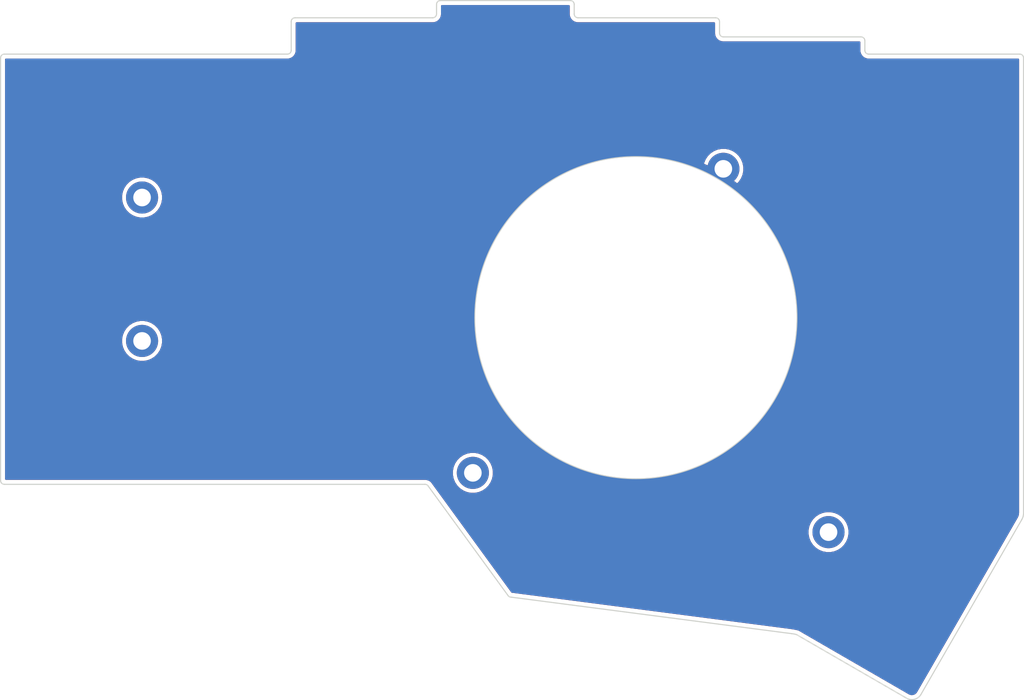
<source format=kicad_pcb>
(kicad_pcb (version 20171130) (host pcbnew "(5.1.12)-1")

  (general
    (thickness 1.6)
    (drawings 52)
    (tracks 0)
    (zones 0)
    (modules 6)
    (nets 1)
  )

  (page A4)
  (title_block
    (title "Corne Bottom Plate")
    (date 2018-11-15)
    (rev 2.1)
    (company foostan)
  )

  (layers
    (0 F.Cu signal hide)
    (31 B.Cu signal hide)
    (32 B.Adhes user hide)
    (33 F.Adhes user hide)
    (34 B.Paste user hide)
    (35 F.Paste user hide)
    (36 B.SilkS user hide)
    (37 F.SilkS user hide)
    (38 B.Mask user)
    (39 F.Mask user)
    (40 Dwgs.User user hide)
    (41 Cmts.User user hide)
    (42 Eco1.User user hide)
    (43 Eco2.User user hide)
    (44 Edge.Cuts user)
    (45 Margin user)
    (46 B.CrtYd user)
    (47 F.CrtYd user)
    (48 B.Fab user)
    (49 F.Fab user)
  )

  (setup
    (last_trace_width 0.25)
    (user_trace_width 0.2)
    (user_trace_width 0.5)
    (trace_clearance 0.2)
    (zone_clearance 0.508)
    (zone_45_only no)
    (trace_min 0.2)
    (via_size 0.6)
    (via_drill 0.4)
    (via_min_size 0.4)
    (via_min_drill 0.3)
    (uvia_size 0.3)
    (uvia_drill 0.1)
    (uvias_allowed no)
    (uvia_min_size 0.2)
    (uvia_min_drill 0.1)
    (edge_width 0.15)
    (segment_width 0.1)
    (pcb_text_width 0.3)
    (pcb_text_size 1.5 1.5)
    (mod_edge_width 0.15)
    (mod_text_size 1 1)
    (mod_text_width 0.15)
    (pad_size 4 4)
    (pad_drill 2.2)
    (pad_to_mask_clearance 0)
    (aux_axis_origin 194.75 68)
    (grid_origin 155.4973 82.99492)
    (visible_elements 7FFFFFFF)
    (pcbplotparams
      (layerselection 0x010f0_ffffffff)
      (usegerberextensions false)
      (usegerberattributes false)
      (usegerberadvancedattributes false)
      (creategerberjobfile false)
      (excludeedgelayer true)
      (linewidth 0.100000)
      (plotframeref false)
      (viasonmask false)
      (mode 1)
      (useauxorigin false)
      (hpglpennumber 1)
      (hpglpenspeed 20)
      (hpglpendiameter 15.000000)
      (psnegative false)
      (psa4output false)
      (plotreference true)
      (plotvalue true)
      (plotinvisibletext false)
      (padsonsilk false)
      (subtractmaskfromsilk false)
      (outputformat 1)
      (mirror false)
      (drillshape 0)
      (scaleselection 1)
      (outputdirectory "gerber/"))
  )

  (net 0 "")

  (net_class Default "これは標準のネット クラスです。"
    (clearance 0.2)
    (trace_width 0.25)
    (via_dia 0.6)
    (via_drill 0.4)
    (uvia_dia 0.3)
    (uvia_drill 0.1)
  )

  (module kbd:M2_Hole_TH (layer F.Cu) (tedit 629D0658) (tstamp 629D63E4)
    (at 144.0673 102.45492)
    (fp_text reference "" (at 0 -3.2) (layer F.SilkS)
      (effects (font (size 1 1) (thickness 0.15)))
    )
    (fp_text value "" (at 0 3.2) (layer F.Fab)
      (effects (font (size 1 1) (thickness 0.15)))
    )
    (fp_text user %R (at 0.3 0) (layer F.Fab)
      (effects (font (size 1 1) (thickness 0.15)))
    )
    (pad "" thru_hole circle (at 0 0) (size 44 44) (drill 42) (layers *.Cu *.Mask))
  )

  (module kbd:M2_Hole_TH (layer F.Cu) (tedit 5F7666C1) (tstamp 5AAA5A9F)
    (at 79.5 105.5)
    (fp_text reference "" (at 0 -3.2) (layer F.SilkS)
      (effects (font (size 1 1) (thickness 0.15)))
    )
    (fp_text value "" (at 0 3.2) (layer F.Fab)
      (effects (font (size 1 1) (thickness 0.15)))
    )
    (fp_text user %R (at 0.3 0) (layer F.Fab)
      (effects (font (size 1 1) (thickness 0.15)))
    )
    (pad "" thru_hole circle (at 0 0) (size 4.2 4.2) (drill 2.3) (layers *.Cu *.Mask))
  )

  (module kbd:M2_Hole_TH (layer F.Cu) (tedit 5F7666C1) (tstamp 5AAA5A7C)
    (at 79.5 86.75)
    (fp_text reference "" (at 0 -3.2) (layer F.SilkS)
      (effects (font (size 1 1) (thickness 0.15)))
    )
    (fp_text value "" (at 0 3.2) (layer F.Fab)
      (effects (font (size 1 1) (thickness 0.15)))
    )
    (fp_text user %R (at 0.3 0) (layer F.Fab)
      (effects (font (size 1 1) (thickness 0.15)))
    )
    (pad "" thru_hole circle (at 0 0) (size 4.2 4.2) (drill 2.3) (layers *.Cu *.Mask))
  )

  (module kbd:M2_Hole_TH (layer F.Cu) (tedit 5F7666C1) (tstamp 5AAA7C39)
    (at 155.5 83)
    (fp_text reference "" (at 0 -3.2) (layer F.SilkS)
      (effects (font (size 1 1) (thickness 0.15)))
    )
    (fp_text value "" (at 0 3.2) (layer F.Fab)
      (effects (font (size 1 1) (thickness 0.15)))
    )
    (fp_text user %R (at 0.3 0) (layer F.Fab)
      (effects (font (size 1 1) (thickness 0.15)))
    )
    (pad "" thru_hole circle (at 0 0) (size 4.2 4.2) (drill 2.3) (layers *.Cu *.Mask))
  )

  (module kbd:M2_Hole_TH (layer F.Cu) (tedit 5F7666C1) (tstamp 5AAA7C4A)
    (at 122.75 122.75)
    (fp_text reference "" (at 0 -3.2) (layer F.SilkS)
      (effects (font (size 1 1) (thickness 0.15)))
    )
    (fp_text value "" (at 0 3.2) (layer F.Fab)
      (effects (font (size 1 1) (thickness 0.15)))
    )
    (fp_text user %R (at 0.3 0) (layer F.Fab)
      (effects (font (size 1 1) (thickness 0.15)))
    )
    (pad "" thru_hole circle (at 0 0) (size 4.2 4.2) (drill 2.3) (layers *.Cu *.Mask))
  )

  (module kbd:M2_Hole_TH (layer F.Cu) (tedit 5F7666C1) (tstamp 5AAA7D53)
    (at 169.25 130.5)
    (fp_text reference "" (at 0 -3.2) (layer F.SilkS)
      (effects (font (size 1 1) (thickness 0.15)))
    )
    (fp_text value "" (at 0 3.2) (layer F.Fab)
      (effects (font (size 1 1) (thickness 0.15)))
    )
    (fp_text user %R (at 0.3 0) (layer F.Fab)
      (effects (font (size 1 1) (thickness 0.15)))
    )
    (pad "" thru_hole circle (at 0 0) (size 4.2 4.2) (drill 2.3) (layers *.Cu *.Mask))
  )

  (gr_circle (center 144.0673 102.45492) (end 123.25962 99.28246) (layer Edge.Cuts) (width 0.15))
  (gr_line (start 169.25 128.05) (end 169.25 132.950063) (layer F.Fab) (width 0.1) (tstamp 5B88C1AA))
  (gr_line (start 166.8 130.5) (end 171.7 130.5) (layer F.Fab) (width 0.1) (tstamp 5B88C1A9))
  (gr_line (start 122.75 120.3) (end 122.75 125.200063) (layer F.Fab) (width 0.1) (tstamp 5B88C1A6))
  (gr_line (start 120.3 122.75) (end 125.2 122.75) (layer F.Fab) (width 0.1) (tstamp 5B88C1A5))
  (gr_line (start 79.5 103.05) (end 79.5 107.950063) (layer F.Fab) (width 0.1) (tstamp 5B88C19E))
  (gr_line (start 77.05 105.5) (end 81.95 105.5) (layer F.Fab) (width 0.1) (tstamp 5B88C19D))
  (gr_line (start 79.5 84.3) (end 79.5 89.200063) (layer F.Fab) (width 0.1) (tstamp 5B88C19A))
  (gr_line (start 77.05 86.75) (end 81.95 86.75) (layer F.Fab) (width 0.1) (tstamp 5B88C199))
  (gr_line (start 153.05 83) (end 157.95 83) (layer F.Fab) (width 0.1))
  (gr_line (start 155.5 80.55) (end 155.5 85.450063) (layer F.Fab) (width 0.1))
  (gr_arc (start 193.047765 127.997697) (end 194.522764 128.847696) (angle -30.71750663) (layer Edge.Cuts) (width 0.15))
  (gr_arc (start 180.14425 151.010957) (end 179.369251 152.160956) (angle -90.22347501) (layer Edge.Cuts) (width 0.15))
  (gr_arc (start 164.087404 147.16844) (end 165.075 143.9) (angle -11.21335546) (layer Edge.Cuts) (width 0.15))
  (gr_line (start 181.297263 151.781465) (end 194.525 128.85) (layer Edge.Cuts) (width 0.15))
  (gr_line (start 165.075 143.9) (end 179.369251 152.160956) (layer Edge.Cuts) (width 0.15))
  (gr_line (start 127.75 139) (end 164.420556 143.770344) (layer Edge.Cuts) (width 0.15))
  (gr_arc (start 127.75 138.5) (end 127.75 139) (angle 45) (layer Edge.Cuts) (width 0.15))
  (gr_line (start 116.853553 124.396447) (end 127.396447 138.853553) (angle 90) (layer Edge.Cuts) (width 0.15))
  (gr_line (start 169.26 130.5) (end 169.25 130.5) (angle 90) (layer Eco2.User) (width 2.5) (tstamp 5AAFF2CD))
  (gr_line (start 122.76 122.75) (end 122.75 122.75) (angle 90) (layer Eco2.User) (width 2.5) (tstamp 5AAFF292))
  (gr_line (start 155.51 83) (end 155.5 83) (angle 90) (layer Eco2.User) (width 2.5) (tstamp 5AAFF245))
  (gr_line (start 79.5 105.5) (end 79.51 105.5) (angle 90) (layer Eco2.User) (width 2.5) (tstamp 5AAFF0EB))
  (gr_line (start 79.5 86.75) (end 79.51 86.75) (angle 90) (layer Eco2.User) (width 2.5))
  (gr_line (start 174 66.25) (end 174 67.5) (angle 90) (layer Edge.Cuts) (width 0.15))
  (gr_arc (start 173.5 66.25) (end 173.5 65.75) (angle 90) (layer Edge.Cuts) (width 0.15))
  (gr_arc (start 174.5 67.5) (end 174.5 68) (angle 90) (layer Edge.Cuts) (width 0.15))
  (gr_line (start 194.25 68) (end 174.5 68) (angle 90) (layer Edge.Cuts) (width 0.15))
  (gr_arc (start 116.5 124.75) (end 116.5 124.25) (angle 45) (layer Edge.Cuts) (width 0.15))
  (gr_arc (start 61.5 123.75) (end 61.5 124.25) (angle 90) (layer Edge.Cuts) (width 0.15) (tstamp 5B896E1E))
  (gr_arc (start 61.5 68.5) (end 61 68.5) (angle 90) (layer Edge.Cuts) (width 0.15))
  (gr_arc (start 98.5 67.5) (end 99 67.5) (angle 90) (layer Edge.Cuts) (width 0.15))
  (gr_arc (start 99.5 63.75) (end 99 63.75) (angle 90) (layer Edge.Cuts) (width 0.15))
  (gr_arc (start 117.5 62.75) (end 118 62.75) (angle 90) (layer Edge.Cuts) (width 0.15))
  (gr_arc (start 118.5 61.5) (end 118 61.5) (angle 90) (layer Edge.Cuts) (width 0.15))
  (gr_arc (start 135.5 61.5) (end 135.5 61) (angle 90) (layer Edge.Cuts) (width 0.15))
  (gr_arc (start 136.5 62.75) (end 136.5 63.25) (angle 90) (layer Edge.Cuts) (width 0.15))
  (gr_arc (start 154.5 63.75) (end 154.5 63.25) (angle 90) (layer Edge.Cuts) (width 0.15))
  (gr_arc (start 155.5 65.25) (end 155.5 65.75) (angle 90) (layer Edge.Cuts) (width 0.15))
  (gr_arc (start 194.25 68.5) (end 194.25 68) (angle 90) (layer Edge.Cuts) (width 0.15))
  (gr_line (start 194.75 68.5) (end 194.75 127.975) (angle 90) (layer Edge.Cuts) (width 0.15))
  (gr_line (start 116.5 124.25) (end 61.499995 124.25) (angle 90) (layer Edge.Cuts) (width 0.15))
  (gr_line (start 61 68.5) (end 61 123.75) (angle 90) (layer Edge.Cuts) (width 0.15))
  (gr_line (start 98.5 68) (end 61.5 68) (angle 90) (layer Edge.Cuts) (width 0.15))
  (gr_line (start 99 63.75) (end 99 67.5) (angle 90) (layer Edge.Cuts) (width 0.15))
  (gr_line (start 117.5 63.25) (end 99.5 63.25) (angle 90) (layer Edge.Cuts) (width 0.15))
  (gr_line (start 118 61.5) (end 118 62.75) (angle 90) (layer Edge.Cuts) (width 0.15))
  (gr_line (start 135.5 61) (end 118.5 61) (angle 90) (layer Edge.Cuts) (width 0.15))
  (gr_line (start 136 62.75) (end 136 61.5) (angle 90) (layer Edge.Cuts) (width 0.15))
  (gr_line (start 154.5 63.25) (end 136.5 63.25) (angle 90) (layer Edge.Cuts) (width 0.15))
  (gr_line (start 155 65.25) (end 155 63.75) (angle 90) (layer Edge.Cuts) (width 0.15))
  (gr_line (start 173.5 65.75) (end 155.5 65.75) (angle 90) (layer Edge.Cuts) (width 0.15))

  (zone (net 0) (net_name "") (layer F.Cu) (tstamp 6297C5CD) (hatch edge 0.508)
    (connect_pads (clearance 0.508))
    (min_thickness 0.254)
    (fill yes (arc_segments 16) (thermal_gap 0.508) (thermal_bridge_width 0.508))
    (polygon
      (pts
        (xy 194.7 67.9) (xy 174 67.9) (xy 174 65.7) (xy 155 65.7) (xy 155 63.2)
        (xy 136 63.2) (xy 136 60.9) (xy 118 60.9) (xy 118 63.2) (xy 98.8 63.2)
        (xy 98.9 67.9) (xy 60.7 68) (xy 60.9 124.7) (xy 116.6 124.2) (xy 127.4 139.1)
        (xy 165.05 143.9) (xy 180.75 152.775) (xy 194.8 128.1) (xy 194.8 67.9)
      )
    )
    (filled_polygon
      (pts
        (xy 135.29 62.784876) (xy 135.292955 62.814876) (xy 135.292934 62.817839) (xy 135.293901 62.827705) (xy 135.298941 62.87566)
        (xy 135.300273 62.889183) (xy 135.30041 62.889634) (xy 135.304101 62.924754) (xy 135.317045 62.987811) (xy 135.329099 63.051001)
        (xy 135.331964 63.060491) (xy 135.36082 63.15371) (xy 135.385752 63.213021) (xy 135.409865 63.272702) (xy 135.414519 63.281454)
        (xy 135.460932 63.367292) (xy 135.496898 63.420612) (xy 135.532152 63.474486) (xy 135.538417 63.482168) (xy 135.600619 63.557357)
        (xy 135.646269 63.602689) (xy 135.691299 63.648673) (xy 135.698938 63.654992) (xy 135.774559 63.716668) (xy 135.828147 63.752272)
        (xy 135.881262 63.788641) (xy 135.889983 63.793356) (xy 135.976144 63.839168) (xy 136.035612 63.863679) (xy 136.09478 63.889038)
        (xy 136.104249 63.891969) (xy 136.197667 63.920174) (xy 136.260787 63.932672) (xy 136.323743 63.946054) (xy 136.333602 63.94709)
        (xy 136.430719 63.956612) (xy 136.430723 63.956612) (xy 136.465123 63.96) (xy 154.290001 63.96) (xy 154.29 65.284876)
        (xy 154.292955 65.314876) (xy 154.292934 65.317839) (xy 154.293901 65.327705) (xy 154.298941 65.37566) (xy 154.300273 65.389183)
        (xy 154.30041 65.389634) (xy 154.304101 65.424754) (xy 154.317045 65.487811) (xy 154.329099 65.551001) (xy 154.331964 65.560491)
        (xy 154.36082 65.65371) (xy 154.385752 65.713021) (xy 154.409865 65.772702) (xy 154.414519 65.781454) (xy 154.460932 65.867292)
        (xy 154.496898 65.920612) (xy 154.532152 65.974486) (xy 154.538417 65.982168) (xy 154.600619 66.057357) (xy 154.646269 66.102689)
        (xy 154.691299 66.148673) (xy 154.698938 66.154992) (xy 154.774559 66.216668) (xy 154.828147 66.252272) (xy 154.881262 66.288641)
        (xy 154.889983 66.293356) (xy 154.976144 66.339168) (xy 155.035612 66.363679) (xy 155.09478 66.389038) (xy 155.104249 66.391969)
        (xy 155.197667 66.420174) (xy 155.260787 66.432672) (xy 155.323743 66.446054) (xy 155.333602 66.44709) (xy 155.430719 66.456612)
        (xy 155.430723 66.456612) (xy 155.465123 66.46) (xy 173.29 66.46) (xy 173.290001 67.534877) (xy 173.292955 67.564868)
        (xy 173.292934 67.567839) (xy 173.293901 67.577705) (xy 173.298955 67.625796) (xy 173.300274 67.639184) (xy 173.300409 67.639631)
        (xy 173.304101 67.674754) (xy 173.317045 67.737811) (xy 173.329099 67.801001) (xy 173.331964 67.810491) (xy 173.36082 67.90371)
        (xy 173.385752 67.963021) (xy 173.409865 68.022702) (xy 173.414519 68.031454) (xy 173.460932 68.117292) (xy 173.496898 68.170612)
        (xy 173.532152 68.224486) (xy 173.538417 68.232168) (xy 173.600619 68.307357) (xy 173.646269 68.352689) (xy 173.691299 68.398673)
        (xy 173.698938 68.404992) (xy 173.774559 68.466668) (xy 173.828147 68.502272) (xy 173.881262 68.538641) (xy 173.889983 68.543356)
        (xy 173.976144 68.589168) (xy 174.035612 68.613679) (xy 174.09478 68.639038) (xy 174.104249 68.641969) (xy 174.197667 68.670174)
        (xy 174.260787 68.682672) (xy 174.323743 68.696054) (xy 174.333602 68.69709) (xy 174.430719 68.706612) (xy 174.430723 68.706612)
        (xy 174.465123 68.71) (xy 194.04 68.71) (xy 194.040001 127.945012) (xy 194.020387 128.176837) (xy 193.96458 128.371)
        (xy 193.88351 128.53874) (xy 193.88108 128.545347) (xy 180.71134 151.376271) (xy 180.620779 151.486705) (xy 180.519299 151.570201)
        (xy 180.403527 151.6324) (xy 180.277885 151.670925) (xy 180.14715 151.684313) (xy 180.016312 151.672053) (xy 179.890338 151.634611)
        (xy 179.74629 151.558814) (xy 165.400066 143.267823) (xy 165.304615 143.224525) (xy 165.168424 143.192709) (xy 165.156734 143.192321)
        (xy 164.569638 143.076079) (xy 164.546731 143.070775) (xy 127.871366 138.299807) (xy 121.986889 130.230626) (xy 166.515 130.230626)
        (xy 166.515 130.769374) (xy 166.620105 131.29777) (xy 166.826275 131.795508) (xy 167.125587 132.243461) (xy 167.506539 132.624413)
        (xy 167.954492 132.923725) (xy 168.45223 133.129895) (xy 168.980626 133.235) (xy 169.519374 133.235) (xy 170.04777 133.129895)
        (xy 170.545508 132.923725) (xy 170.993461 132.624413) (xy 171.374413 132.243461) (xy 171.673725 131.795508) (xy 171.879895 131.29777)
        (xy 171.985 130.769374) (xy 171.985 130.230626) (xy 171.879895 129.70223) (xy 171.673725 129.204492) (xy 171.374413 128.756539)
        (xy 170.993461 128.375587) (xy 170.545508 128.076275) (xy 170.04777 127.870105) (xy 169.519374 127.765) (xy 168.980626 127.765)
        (xy 168.45223 127.870105) (xy 167.954492 128.076275) (xy 167.506539 128.375587) (xy 167.125587 128.756539) (xy 166.826275 129.204492)
        (xy 166.620105 129.70223) (xy 166.515 130.230626) (xy 121.986889 130.230626) (xy 117.406664 123.949923) (xy 117.336904 123.871699)
        (xy 117.295505 123.840476) (xy 117.225441 123.783332) (xy 117.171853 123.747728) (xy 117.118738 123.711359) (xy 117.110017 123.706644)
        (xy 117.023856 123.660832) (xy 116.964388 123.636321) (xy 116.90522 123.610962) (xy 116.895751 123.608031) (xy 116.802333 123.579826)
        (xy 116.739213 123.567328) (xy 116.676257 123.553946) (xy 116.666398 123.55291) (xy 116.569281 123.543388) (xy 116.569277 123.543388)
        (xy 116.534877 123.54) (xy 61.71 123.54) (xy 61.71 122.480626) (xy 120.015 122.480626) (xy 120.015 123.019374)
        (xy 120.120105 123.54777) (xy 120.326275 124.045508) (xy 120.625587 124.493461) (xy 121.006539 124.874413) (xy 121.454492 125.173725)
        (xy 121.95223 125.379895) (xy 122.480626 125.485) (xy 123.019374 125.485) (xy 123.54777 125.379895) (xy 124.045508 125.173725)
        (xy 124.493461 124.874413) (xy 124.874413 124.493461) (xy 125.173725 124.045508) (xy 125.379895 123.54777) (xy 125.485 123.019374)
        (xy 125.485 122.480626) (xy 125.379895 121.95223) (xy 125.173725 121.454492) (xy 124.874413 121.006539) (xy 124.493461 120.625587)
        (xy 124.045508 120.326275) (xy 123.54777 120.120105) (xy 123.019374 120.015) (xy 122.480626 120.015) (xy 121.95223 120.120105)
        (xy 121.454492 120.326275) (xy 121.006539 120.625587) (xy 120.625587 121.006539) (xy 120.326275 121.454492) (xy 120.120105 121.95223)
        (xy 120.015 122.480626) (xy 61.71 122.480626) (xy 61.71 105.230626) (xy 76.765 105.230626) (xy 76.765 105.769374)
        (xy 76.870105 106.29777) (xy 77.076275 106.795508) (xy 77.375587 107.243461) (xy 77.756539 107.624413) (xy 78.204492 107.923725)
        (xy 78.70223 108.129895) (xy 79.230626 108.235) (xy 79.769374 108.235) (xy 80.29777 108.129895) (xy 80.795508 107.923725)
        (xy 81.243461 107.624413) (xy 81.624413 107.243461) (xy 81.923725 106.795508) (xy 82.129895 106.29777) (xy 82.235 105.769374)
        (xy 82.235 105.230626) (xy 82.129895 104.70223) (xy 81.923725 104.204492) (xy 81.624413 103.756539) (xy 81.243461 103.375587)
        (xy 80.795508 103.076275) (xy 80.29777 102.870105) (xy 79.769374 102.765) (xy 79.230626 102.765) (xy 78.70223 102.870105)
        (xy 78.204492 103.076275) (xy 77.756539 103.375587) (xy 77.375587 103.756539) (xy 77.076275 104.204492) (xy 76.870105 104.70223)
        (xy 76.765 105.230626) (xy 61.71 105.230626) (xy 61.71 86.480626) (xy 76.765 86.480626) (xy 76.765 87.019374)
        (xy 76.870105 87.54777) (xy 77.076275 88.045508) (xy 77.375587 88.493461) (xy 77.756539 88.874413) (xy 78.204492 89.173725)
        (xy 78.70223 89.379895) (xy 79.230626 89.485) (xy 79.769374 89.485) (xy 80.29777 89.379895) (xy 80.795508 89.173725)
        (xy 81.243461 88.874413) (xy 81.624413 88.493461) (xy 81.923725 88.045508) (xy 82.129895 87.54777) (xy 82.235 87.019374)
        (xy 82.235 86.480626) (xy 82.129895 85.95223) (xy 81.923725 85.454492) (xy 81.624413 85.006539) (xy 81.243461 84.625587)
        (xy 80.795508 84.326275) (xy 80.29777 84.120105) (xy 79.769374 84.015) (xy 79.230626 84.015) (xy 78.70223 84.120105)
        (xy 78.204492 84.326275) (xy 77.756539 84.625587) (xy 77.375587 85.006539) (xy 77.076275 85.454492) (xy 76.870105 85.95223)
        (xy 76.765 86.480626) (xy 61.71 86.480626) (xy 61.71 82.730626) (xy 152.765 82.730626) (xy 152.765 83.269374)
        (xy 152.870105 83.79777) (xy 153.076275 84.295508) (xy 153.375587 84.743461) (xy 153.756539 85.124413) (xy 154.204492 85.423725)
        (xy 154.70223 85.629895) (xy 155.230626 85.735) (xy 155.769374 85.735) (xy 156.29777 85.629895) (xy 156.795508 85.423725)
        (xy 157.243461 85.124413) (xy 157.624413 84.743461) (xy 157.923725 84.295508) (xy 158.129895 83.79777) (xy 158.235 83.269374)
        (xy 158.235 82.730626) (xy 158.129895 82.20223) (xy 157.923725 81.704492) (xy 157.624413 81.256539) (xy 157.243461 80.875587)
        (xy 156.795508 80.576275) (xy 156.29777 80.370105) (xy 155.769374 80.265) (xy 155.230626 80.265) (xy 154.70223 80.370105)
        (xy 154.204492 80.576275) (xy 153.756539 80.875587) (xy 153.375587 81.256539) (xy 153.076275 81.704492) (xy 152.870105 82.20223)
        (xy 152.765 82.730626) (xy 61.71 82.730626) (xy 61.71 68.71) (xy 98.534877 68.71) (xy 98.564877 68.707045)
        (xy 98.567839 68.707066) (xy 98.577705 68.706099) (xy 98.625645 68.70106) (xy 98.639184 68.699727) (xy 98.639636 68.69959)
        (xy 98.674754 68.695899) (xy 98.737811 68.682955) (xy 98.801001 68.670901) (xy 98.810491 68.668036) (xy 98.90371 68.63918)
        (xy 98.963021 68.614248) (xy 99.022702 68.590135) (xy 99.031454 68.585481) (xy 99.117292 68.539068) (xy 99.170612 68.503102)
        (xy 99.224486 68.467848) (xy 99.232168 68.461583) (xy 99.307357 68.399381) (xy 99.352689 68.353731) (xy 99.398673 68.308701)
        (xy 99.404992 68.301062) (xy 99.466668 68.225441) (xy 99.502272 68.171853) (xy 99.538641 68.118738) (xy 99.543356 68.110017)
        (xy 99.589168 68.023856) (xy 99.613679 67.964388) (xy 99.639038 67.90522) (xy 99.641969 67.895751) (xy 99.670174 67.802333)
        (xy 99.682672 67.739213) (xy 99.696054 67.676257) (xy 99.69709 67.666398) (xy 99.706612 67.569281) (xy 99.706612 67.569277)
        (xy 99.71 67.534877) (xy 99.71 63.96) (xy 117.534877 63.96) (xy 117.564877 63.957045) (xy 117.567839 63.957066)
        (xy 117.577705 63.956099) (xy 117.625645 63.95106) (xy 117.639184 63.949727) (xy 117.639636 63.94959) (xy 117.674754 63.945899)
        (xy 117.737811 63.932955) (xy 117.801001 63.920901) (xy 117.810491 63.918036) (xy 117.90371 63.88918) (xy 117.963021 63.864248)
        (xy 118.022702 63.840135) (xy 118.031454 63.835481) (xy 118.117292 63.789068) (xy 118.170612 63.753102) (xy 118.224486 63.717848)
        (xy 118.232168 63.711583) (xy 118.307357 63.649381) (xy 118.352689 63.603731) (xy 118.398673 63.558701) (xy 118.404992 63.551062)
        (xy 118.466668 63.475441) (xy 118.502272 63.421853) (xy 118.538641 63.368738) (xy 118.543356 63.360017) (xy 118.589168 63.273856)
        (xy 118.613679 63.214388) (xy 118.639038 63.15522) (xy 118.641969 63.145751) (xy 118.670174 63.052333) (xy 118.682672 62.989213)
        (xy 118.696054 62.926257) (xy 118.69709 62.916398) (xy 118.706612 62.819281) (xy 118.706612 62.819277) (xy 118.71 62.784877)
        (xy 118.71 61.71) (xy 135.290001 61.71)
      )
    )
  )
  (zone (net 0) (net_name "") (layer B.Cu) (tstamp 6297C5CA) (hatch edge 0.508)
    (connect_pads (clearance 0.508))
    (min_thickness 0.254)
    (fill yes (arc_segments 16) (thermal_gap 0.508) (thermal_bridge_width 0.508))
    (polygon
      (pts
        (xy 194.7 67.9) (xy 174 67.9) (xy 174 65.7) (xy 155 65.7) (xy 155 63.2)
        (xy 136 63.2) (xy 136 60.9) (xy 118 60.9) (xy 118 63.2) (xy 98.8 63.2)
        (xy 98.9 67.9) (xy 60.7 68) (xy 60.9 124.7) (xy 116.6 124.2) (xy 127.6 139)
        (xy 165 143.925) (xy 180.775 152.825) (xy 194.8 128.3) (xy 194.8 67.9)
      )
    )
    (filled_polygon
      (pts
        (xy 135.29 62.784876) (xy 135.292955 62.814876) (xy 135.292934 62.817839) (xy 135.293901 62.827705) (xy 135.298941 62.87566)
        (xy 135.300273 62.889183) (xy 135.30041 62.889634) (xy 135.304101 62.924754) (xy 135.317045 62.987811) (xy 135.329099 63.051001)
        (xy 135.331964 63.060491) (xy 135.36082 63.15371) (xy 135.385752 63.213021) (xy 135.409865 63.272702) (xy 135.414519 63.281454)
        (xy 135.460932 63.367292) (xy 135.496898 63.420612) (xy 135.532152 63.474486) (xy 135.538417 63.482168) (xy 135.600619 63.557357)
        (xy 135.646269 63.602689) (xy 135.691299 63.648673) (xy 135.698938 63.654992) (xy 135.774559 63.716668) (xy 135.828147 63.752272)
        (xy 135.881262 63.788641) (xy 135.889983 63.793356) (xy 135.976144 63.839168) (xy 136.035612 63.863679) (xy 136.09478 63.889038)
        (xy 136.104249 63.891969) (xy 136.197667 63.920174) (xy 136.260787 63.932672) (xy 136.323743 63.946054) (xy 136.333602 63.94709)
        (xy 136.430719 63.956612) (xy 136.430723 63.956612) (xy 136.465123 63.96) (xy 154.290001 63.96) (xy 154.29 65.284876)
        (xy 154.292955 65.314876) (xy 154.292934 65.317839) (xy 154.293901 65.327705) (xy 154.298941 65.37566) (xy 154.300273 65.389183)
        (xy 154.30041 65.389634) (xy 154.304101 65.424754) (xy 154.317045 65.487811) (xy 154.329099 65.551001) (xy 154.331964 65.560491)
        (xy 154.36082 65.65371) (xy 154.385752 65.713021) (xy 154.409865 65.772702) (xy 154.414519 65.781454) (xy 154.460932 65.867292)
        (xy 154.496898 65.920612) (xy 154.532152 65.974486) (xy 154.538417 65.982168) (xy 154.600619 66.057357) (xy 154.646269 66.102689)
        (xy 154.691299 66.148673) (xy 154.698938 66.154992) (xy 154.774559 66.216668) (xy 154.828147 66.252272) (xy 154.881262 66.288641)
        (xy 154.889983 66.293356) (xy 154.976144 66.339168) (xy 155.035612 66.363679) (xy 155.09478 66.389038) (xy 155.104249 66.391969)
        (xy 155.197667 66.420174) (xy 155.260787 66.432672) (xy 155.323743 66.446054) (xy 155.333602 66.44709) (xy 155.430719 66.456612)
        (xy 155.430723 66.456612) (xy 155.465123 66.46) (xy 173.29 66.46) (xy 173.290001 67.534877) (xy 173.292955 67.564868)
        (xy 173.292934 67.567839) (xy 173.293901 67.577705) (xy 173.298955 67.625796) (xy 173.300274 67.639184) (xy 173.300409 67.639631)
        (xy 173.304101 67.674754) (xy 173.317045 67.737811) (xy 173.329099 67.801001) (xy 173.331964 67.810491) (xy 173.36082 67.90371)
        (xy 173.385752 67.963021) (xy 173.409865 68.022702) (xy 173.414519 68.031454) (xy 173.460932 68.117292) (xy 173.496898 68.170612)
        (xy 173.532152 68.224486) (xy 173.538417 68.232168) (xy 173.600619 68.307357) (xy 173.646269 68.352689) (xy 173.691299 68.398673)
        (xy 173.698938 68.404992) (xy 173.774559 68.466668) (xy 173.828147 68.502272) (xy 173.881262 68.538641) (xy 173.889983 68.543356)
        (xy 173.976144 68.589168) (xy 174.035612 68.613679) (xy 174.09478 68.639038) (xy 174.104249 68.641969) (xy 174.197667 68.670174)
        (xy 174.260787 68.682672) (xy 174.323743 68.696054) (xy 174.333602 68.69709) (xy 174.430719 68.706612) (xy 174.430723 68.706612)
        (xy 174.465123 68.71) (xy 194.04 68.71) (xy 194.040001 127.945012) (xy 194.020387 128.176837) (xy 193.96458 128.371)
        (xy 193.88351 128.53874) (xy 193.88108 128.545347) (xy 180.71134 151.376271) (xy 180.620779 151.486705) (xy 180.519299 151.570201)
        (xy 180.403527 151.6324) (xy 180.277885 151.670925) (xy 180.14715 151.684313) (xy 180.016312 151.672053) (xy 179.890338 151.634611)
        (xy 179.74629 151.558814) (xy 165.400066 143.267823) (xy 165.304615 143.224525) (xy 165.168424 143.192709) (xy 165.156734 143.192321)
        (xy 164.569638 143.076079) (xy 164.546731 143.070775) (xy 127.871366 138.299807) (xy 121.986889 130.230626) (xy 166.515 130.230626)
        (xy 166.515 130.769374) (xy 166.620105 131.29777) (xy 166.826275 131.795508) (xy 167.125587 132.243461) (xy 167.506539 132.624413)
        (xy 167.954492 132.923725) (xy 168.45223 133.129895) (xy 168.980626 133.235) (xy 169.519374 133.235) (xy 170.04777 133.129895)
        (xy 170.545508 132.923725) (xy 170.993461 132.624413) (xy 171.374413 132.243461) (xy 171.673725 131.795508) (xy 171.879895 131.29777)
        (xy 171.985 130.769374) (xy 171.985 130.230626) (xy 171.879895 129.70223) (xy 171.673725 129.204492) (xy 171.374413 128.756539)
        (xy 170.993461 128.375587) (xy 170.545508 128.076275) (xy 170.04777 127.870105) (xy 169.519374 127.765) (xy 168.980626 127.765)
        (xy 168.45223 127.870105) (xy 167.954492 128.076275) (xy 167.506539 128.375587) (xy 167.125587 128.756539) (xy 166.826275 129.204492)
        (xy 166.620105 129.70223) (xy 166.515 130.230626) (xy 121.986889 130.230626) (xy 117.406664 123.949923) (xy 117.336904 123.871699)
        (xy 117.295505 123.840476) (xy 117.225441 123.783332) (xy 117.171853 123.747728) (xy 117.118738 123.711359) (xy 117.110017 123.706644)
        (xy 117.023856 123.660832) (xy 116.964388 123.636321) (xy 116.90522 123.610962) (xy 116.895751 123.608031) (xy 116.802333 123.579826)
        (xy 116.739213 123.567328) (xy 116.676257 123.553946) (xy 116.666398 123.55291) (xy 116.569281 123.543388) (xy 116.569277 123.543388)
        (xy 116.534877 123.54) (xy 61.71 123.54) (xy 61.71 122.480626) (xy 120.015 122.480626) (xy 120.015 123.019374)
        (xy 120.120105 123.54777) (xy 120.326275 124.045508) (xy 120.625587 124.493461) (xy 121.006539 124.874413) (xy 121.454492 125.173725)
        (xy 121.95223 125.379895) (xy 122.480626 125.485) (xy 123.019374 125.485) (xy 123.54777 125.379895) (xy 124.045508 125.173725)
        (xy 124.493461 124.874413) (xy 124.874413 124.493461) (xy 125.173725 124.045508) (xy 125.379895 123.54777) (xy 125.485 123.019374)
        (xy 125.485 122.480626) (xy 125.379895 121.95223) (xy 125.173725 121.454492) (xy 124.874413 121.006539) (xy 124.493461 120.625587)
        (xy 124.045508 120.326275) (xy 123.54777 120.120105) (xy 123.019374 120.015) (xy 122.480626 120.015) (xy 121.95223 120.120105)
        (xy 121.454492 120.326275) (xy 121.006539 120.625587) (xy 120.625587 121.006539) (xy 120.326275 121.454492) (xy 120.120105 121.95223)
        (xy 120.015 122.480626) (xy 61.71 122.480626) (xy 61.71 105.230626) (xy 76.765 105.230626) (xy 76.765 105.769374)
        (xy 76.870105 106.29777) (xy 77.076275 106.795508) (xy 77.375587 107.243461) (xy 77.756539 107.624413) (xy 78.204492 107.923725)
        (xy 78.70223 108.129895) (xy 79.230626 108.235) (xy 79.769374 108.235) (xy 80.29777 108.129895) (xy 80.795508 107.923725)
        (xy 81.243461 107.624413) (xy 81.624413 107.243461) (xy 81.923725 106.795508) (xy 82.129895 106.29777) (xy 82.235 105.769374)
        (xy 82.235 105.230626) (xy 82.129895 104.70223) (xy 81.923725 104.204492) (xy 81.624413 103.756539) (xy 81.243461 103.375587)
        (xy 80.795508 103.076275) (xy 80.29777 102.870105) (xy 79.769374 102.765) (xy 79.230626 102.765) (xy 78.70223 102.870105)
        (xy 78.204492 103.076275) (xy 77.756539 103.375587) (xy 77.375587 103.756539) (xy 77.076275 104.204492) (xy 76.870105 104.70223)
        (xy 76.765 105.230626) (xy 61.71 105.230626) (xy 61.71 86.480626) (xy 76.765 86.480626) (xy 76.765 87.019374)
        (xy 76.870105 87.54777) (xy 77.076275 88.045508) (xy 77.375587 88.493461) (xy 77.756539 88.874413) (xy 78.204492 89.173725)
        (xy 78.70223 89.379895) (xy 79.230626 89.485) (xy 79.769374 89.485) (xy 80.29777 89.379895) (xy 80.795508 89.173725)
        (xy 81.243461 88.874413) (xy 81.624413 88.493461) (xy 81.923725 88.045508) (xy 82.129895 87.54777) (xy 82.235 87.019374)
        (xy 82.235 86.480626) (xy 82.129895 85.95223) (xy 81.923725 85.454492) (xy 81.624413 85.006539) (xy 81.243461 84.625587)
        (xy 80.795508 84.326275) (xy 80.29777 84.120105) (xy 79.769374 84.015) (xy 79.230626 84.015) (xy 78.70223 84.120105)
        (xy 78.204492 84.326275) (xy 77.756539 84.625587) (xy 77.375587 85.006539) (xy 77.076275 85.454492) (xy 76.870105 85.95223)
        (xy 76.765 86.480626) (xy 61.71 86.480626) (xy 61.71 82.730626) (xy 152.765 82.730626) (xy 152.765 83.269374)
        (xy 152.870105 83.79777) (xy 153.076275 84.295508) (xy 153.375587 84.743461) (xy 153.756539 85.124413) (xy 154.204492 85.423725)
        (xy 154.70223 85.629895) (xy 155.230626 85.735) (xy 155.769374 85.735) (xy 156.29777 85.629895) (xy 156.795508 85.423725)
        (xy 157.243461 85.124413) (xy 157.624413 84.743461) (xy 157.923725 84.295508) (xy 158.129895 83.79777) (xy 158.235 83.269374)
        (xy 158.235 82.730626) (xy 158.129895 82.20223) (xy 157.923725 81.704492) (xy 157.624413 81.256539) (xy 157.243461 80.875587)
        (xy 156.795508 80.576275) (xy 156.29777 80.370105) (xy 155.769374 80.265) (xy 155.230626 80.265) (xy 154.70223 80.370105)
        (xy 154.204492 80.576275) (xy 153.756539 80.875587) (xy 153.375587 81.256539) (xy 153.076275 81.704492) (xy 152.870105 82.20223)
        (xy 152.765 82.730626) (xy 61.71 82.730626) (xy 61.71 68.71) (xy 98.534877 68.71) (xy 98.564877 68.707045)
        (xy 98.567839 68.707066) (xy 98.577705 68.706099) (xy 98.625645 68.70106) (xy 98.639184 68.699727) (xy 98.639636 68.69959)
        (xy 98.674754 68.695899) (xy 98.737811 68.682955) (xy 98.801001 68.670901) (xy 98.810491 68.668036) (xy 98.90371 68.63918)
        (xy 98.963021 68.614248) (xy 99.022702 68.590135) (xy 99.031454 68.585481) (xy 99.117292 68.539068) (xy 99.170612 68.503102)
        (xy 99.224486 68.467848) (xy 99.232168 68.461583) (xy 99.307357 68.399381) (xy 99.352689 68.353731) (xy 99.398673 68.308701)
        (xy 99.404992 68.301062) (xy 99.466668 68.225441) (xy 99.502272 68.171853) (xy 99.538641 68.118738) (xy 99.543356 68.110017)
        (xy 99.589168 68.023856) (xy 99.613679 67.964388) (xy 99.639038 67.90522) (xy 99.641969 67.895751) (xy 99.670174 67.802333)
        (xy 99.682672 67.739213) (xy 99.696054 67.676257) (xy 99.69709 67.666398) (xy 99.706612 67.569281) (xy 99.706612 67.569277)
        (xy 99.71 67.534877) (xy 99.71 63.96) (xy 117.534877 63.96) (xy 117.564877 63.957045) (xy 117.567839 63.957066)
        (xy 117.577705 63.956099) (xy 117.625645 63.95106) (xy 117.639184 63.949727) (xy 117.639636 63.94959) (xy 117.674754 63.945899)
        (xy 117.737811 63.932955) (xy 117.801001 63.920901) (xy 117.810491 63.918036) (xy 117.90371 63.88918) (xy 117.963021 63.864248)
        (xy 118.022702 63.840135) (xy 118.031454 63.835481) (xy 118.117292 63.789068) (xy 118.170612 63.753102) (xy 118.224486 63.717848)
        (xy 118.232168 63.711583) (xy 118.307357 63.649381) (xy 118.352689 63.603731) (xy 118.398673 63.558701) (xy 118.404992 63.551062)
        (xy 118.466668 63.475441) (xy 118.502272 63.421853) (xy 118.538641 63.368738) (xy 118.543356 63.360017) (xy 118.589168 63.273856)
        (xy 118.613679 63.214388) (xy 118.639038 63.15522) (xy 118.641969 63.145751) (xy 118.670174 63.052333) (xy 118.682672 62.989213)
        (xy 118.696054 62.926257) (xy 118.69709 62.916398) (xy 118.706612 62.819281) (xy 118.706612 62.819277) (xy 118.71 62.784877)
        (xy 118.71 61.71) (xy 135.290001 61.71)
      )
    )
  )
)

</source>
